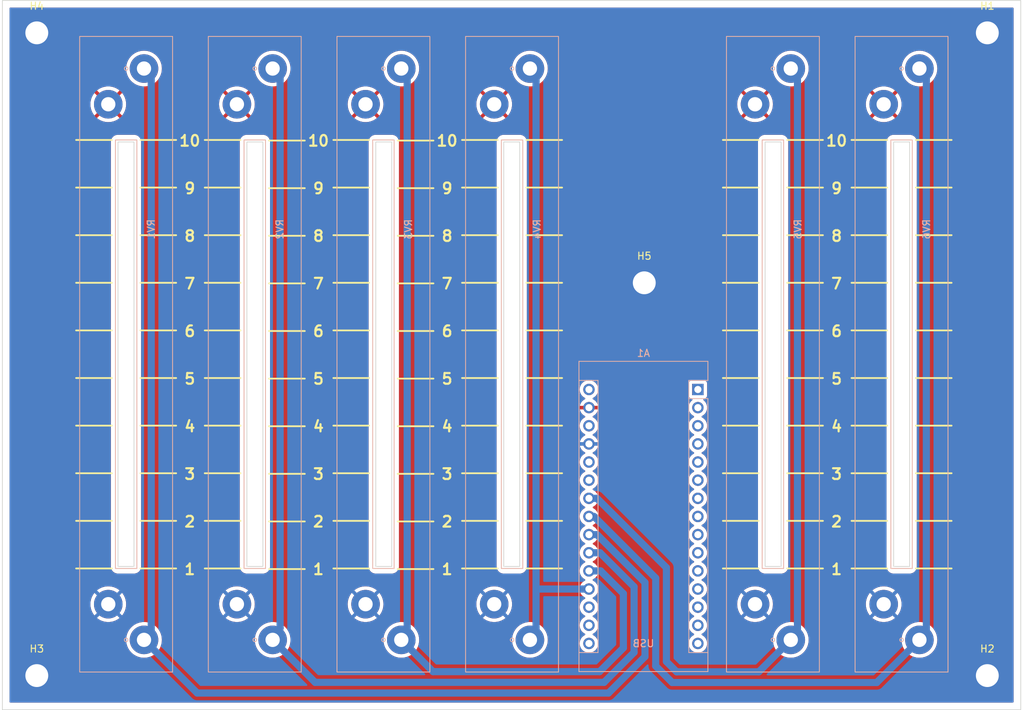
<source format=kicad_pcb>
(kicad_pcb (version 20240108) (generator "pcbnew") (generator_version "8.0")
  (layers (0 "F.Cu" signal) (31 "B.Cu" signal) (36 "B.SilkS" user "B.Silkscreen") (37 "F.SilkS" user "F.Silkscreen") (38 "B.Mask" user) (39 "F.Mask" user) (44 "Edge.Cuts" user))
  (net 0 "")
  (net 22 "GNDREF")
  (net 24 "+5V")
  (net 25 "ADC0")
  (net 26 "ADC1")
  (net 27 "ADC2")
  (net 28 "ADC3")
  (net 29 "ADC4")
  (net 30 "ADC5")
  (footprint "MountingHole:MountingHole_3.2mm_M3_ISO14580" (layer "F.Cu") (at 213 140)
    (property "Reference" "H2" (at 0 -3.75 0) (layer "F.SilkS"))
    (property "Value" "MountingHole")
    (pad "" np_thru_hole circle (at 0 0) (size 3.2 3.2) (drill 3.2) (layers "*.Cu" "*.Mask"))
  )
  (footprint "MountingHole:MountingHole_3.2mm_M3_ISO14580" (layer "F.Cu") (at 80 140)
    (property "Reference" "H3" (at 0 -3.75 0) (layer "F.SilkS"))
    (property "Value" "MountingHole")
    (pad "" np_thru_hole circle (at 0 0) (size 3.2 3.2) (drill 3.2) (layers "*.Cu" "*.Mask"))
  )
  (footprint "MountingHole:MountingHole_3.2mm_M3_ISO14580" (layer "F.Cu") (at 80 50)
    (property "Reference" "H4" (at 0 -3.75 0) (layer "F.SilkS"))
    (property "Value" "MountingHole")
    (pad "" np_thru_hole circle (at 0 0) (size 3.2 3.2) (drill 3.2) (layers "*.Cu" "*.Mask"))
  )
  (footprint "MountingHole:MountingHole_3.2mm_M3_ISO14580" (layer "F.Cu") (at 165 85)
    (property "Reference" "H5" (at 0 -3.75 0) (layer "F.SilkS"))
    (property "Value" "MountingHole")
    (pad "" np_thru_hole circle (at 0 0) (size 3.2 3.2) (drill 3.2) (layers "*.Cu" "*.Mask"))
  )
  (footprint "MountingHole:MountingHole_3.2mm_M3_ISO14580" (layer "F.Cu") (at 213 50)
    (property "Reference" "H1" (at 0 -3.75 0) (layer "F.SilkS"))
    (property "Value" "MountingHole")
    (pad "" np_thru_hole circle (at 0 0) (size 3.2 3.2) (drill 3.2) (layers "*.Cu" "*.Mask"))
  )
  (footprint "Module:Arduino_Nano" (layer "B.Cu") (at 172.5 99.94 180)
    (property "Reference" "A1" (at 7.62 5.08 0) (layer "B.SilkS") (effects (justify mirror)))
    (property "Value" "Arduino_Nano_v3.x")
    (fp_line (start 16.64 3.94) (end 16.64 -39.5) (stroke (width 0.12)) (layer "B.SilkS"))
    (fp_line (start 16.64 1.27) (end 13.97 1.27) (stroke (width 0.12)) (layer "B.SilkS"))
    (fp_line (start 16.64 -36.83) (end 13.97 -36.83) (stroke (width 0.12)) (layer "B.SilkS"))
    (fp_line (start 16.64 -39.5) (end -1.4 -39.5) (stroke (width 0.12)) (layer "B.SilkS"))
    (fp_line (start 13.97 -36.83) (end 13.97 1.27) (stroke (width 0.12)) (layer "B.SilkS"))
    (fp_line (start 1.27 1.27) (end 1.27 -1.27) (stroke (width 0.12)) (layer "B.SilkS"))
    (fp_line (start 1.27 -36.83) (end 1.27 -1.27) (stroke (width 0.12)) (layer "B.SilkS"))
    (fp_line (start -1.4 3.94) (end 16.64 3.94) (stroke (width 0.12)) (layer "B.SilkS"))
    (fp_line (start -1.4 1.27) (end 1.27 1.27) (stroke (width 0.12)) (layer "B.SilkS"))
    (fp_line (start -1.4 1.27) (end -1.4 3.94) (stroke (width 0.12)) (layer "B.SilkS"))
    (fp_line (start -1.4 -1.27) (end 1.27 -1.27) (stroke (width 0.12)) (layer "B.SilkS"))
    (fp_line (start -1.4 -36.83) (end 1.27 -36.83) (stroke (width 0.12)) (layer "B.SilkS"))
    (fp_line (start -1.4 -39.5) (end -1.4 -1.27) (stroke (width 0.12)) (layer "B.SilkS"))
    (fp_text user "USB" (at 7.62 -35.56 0) (layer "B.SilkS") (effects (justify mirror)))
    (pad "1" thru_hole rect (at 0 0 180) (size 1.6 1.6) (drill 1) (layers "*.Cu" "*.Mask"))
    (pad "2" thru_hole oval (at 0 -2.54 180) (size 1.6 1.6) (drill 1) (layers "*.Cu" "*.Mask"))
    (pad "3" thru_hole oval (at 0 -5.08 180) (size 1.6 1.6) (drill 1) (layers "*.Cu" "*.Mask"))
    (pad "4" thru_hole oval (at 0 -7.62 180) (size 1.6 1.6) (drill 1) (layers "*.Cu" "*.Mask"))
    (pad "5" thru_hole oval (at 0 -10.16 180) (size 1.6 1.6) (drill 1) (layers "*.Cu" "*.Mask"))
    (pad "6" thru_hole oval (at 0 -12.7 180) (size 1.6 1.6) (drill 1) (layers "*.Cu" "*.Mask"))
    (pad "7" thru_hole oval (at 0 -15.24 180) (size 1.6 1.6) (drill 1) (layers "*.Cu" "*.Mask"))
    (pad "8" thru_hole oval (at 0 -17.78 180) (size 1.6 1.6) (drill 1) (layers "*.Cu" "*.Mask"))
    (pad "9" thru_hole oval (at 0 -20.32 180) (size 1.6 1.6) (drill 1) (layers "*.Cu" "*.Mask"))
    (pad "10" thru_hole oval (at 0 -22.86 180) (size 1.6 1.6) (drill 1) (layers "*.Cu" "*.Mask"))
    (pad "11" thru_hole oval (at 0 -25.4 180) (size 1.6 1.6) (drill 1) (layers "*.Cu" "*.Mask"))
    (pad "12" thru_hole oval (at 0 -27.94 180) (size 1.6 1.6) (drill 1) (layers "*.Cu" "*.Mask"))
    (pad "13" thru_hole oval (at 0 -30.48 180) (size 1.6 1.6) (drill 1) (layers "*.Cu" "*.Mask"))
    (pad "14" thru_hole oval (at 0 -33.02 180) (size 1.6 1.6) (drill 1) (layers "*.Cu" "*.Mask"))
    (pad "15" thru_hole oval (at 0 -35.56 180) (size 1.6 1.6) (drill 1) (layers "*.Cu" "*.Mask"))
    (pad "16" thru_hole oval (at 15.24 -35.56 180) (size 1.6 1.6) (drill 1) (layers "*.Cu" "*.Mask"))
    (pad "17" thru_hole oval (at 15.24 -33.02 180) (size 1.6 1.6) (drill 1) (layers "*.Cu" "*.Mask"))
    (pad "18" thru_hole oval (at 15.24 -30.48 180) (size 1.6 1.6) (drill 1) (layers "*.Cu" "*.Mask"))
    (pad "19" thru_hole oval (at 15.24 -27.94 180) (size 1.6 1.6) (drill 1) (layers "*.Cu" "*.Mask") (net 25 "ADC0"))
    (pad "20" thru_hole oval (at 15.24 -25.4 180) (size 1.6 1.6) (drill 1) (layers "*.Cu" "*.Mask") (net 26 "ADC1"))
    (pad "21" thru_hole oval (at 15.24 -22.86 180) (size 1.6 1.6) (drill 1) (layers "*.Cu" "*.Mask") (net 27 "ADC2"))
    (pad "22" thru_hole oval (at 15.24 -20.32 180) (size 1.6 1.6) (drill 1) (layers "*.Cu" "*.Mask") (net 28 "ADC3"))
    (pad "23" thru_hole oval (at 15.24 -17.78 180) (size 1.6 1.6) (drill 1) (layers "*.Cu" "*.Mask") (net 29 "ADC4"))
    (pad "24" thru_hole oval (at 15.24 -15.24 180) (size 1.6 1.6) (drill 1) (layers "*.Cu" "*.Mask") (net 30 "ADC5"))
    (pad "25" thru_hole oval (at 15.24 -12.7 180) (size 1.6 1.6) (drill 1) (layers "*.Cu" "*.Mask"))
    (pad "26" thru_hole oval (at 15.24 -10.16 180) (size 1.6 1.6) (drill 1) (layers "*.Cu" "*.Mask"))
    (pad "27" thru_hole oval (at 15.24 -7.62 180) (size 1.6 1.6) (drill 1) (layers "*.Cu" "*.Mask") (net 24 "+5V"))
    (pad "28" thru_hole oval (at 15.24 -5.08 180) (size 1.6 1.6) (drill 1) (layers "*.Cu" "*.Mask"))
    (pad "29" thru_hole oval (at 15.24 -2.54 180) (size 1.6 1.6) (drill 1) (layers "*.Cu" "*.Mask") (net 22 "GNDREF"))
    (pad "30" thru_hole oval (at 15.24 0 180) (size 1.6 1.6) (drill 1) (layers "*.Cu" "*.Mask"))
  )
  (footprint "Potentiometers:Potentiometer_Slide_60mm_Switch_Electronics" (layer "B.Cu") (at 144 60 -90)
    (property "Reference" "RV4" (at 17.5 -6 90) (layer "B.SilkS") (effects (justify mirror)))
    (property "Value" "10K Linear")
    (fp_rect (start 65 -4) (end 5 -1) (stroke (width 0.12)) (fill none) (layer "B.SilkS"))
    (fp_rect (start 79.5 -9) (end -9.5 4) (stroke (width 0.12)) (fill none) (layer "B.SilkS"))
    (fp_circle (center -5 -2.5) (end -5 -2.25) (stroke (width 0.12)) (fill none) (layer "B.SilkS"))
    (fp_circle (center 75 -2.5) (end 75 -2.25) (stroke (width 0.12)) (fill none) (layer "B.SilkS"))
    (pad "1" thru_hole circle (at 0 0 270) (size 4 4) (drill 2) (layers "*.Cu" "*.Mask") (net 22 "GNDREF"))
    (pad "2" thru_hole circle (at -5 -5 270) (size 4 4) (drill 2) (layers "*.Cu" "*.Mask") (net 25 "ADC0"))
    (pad "2" thru_hole circle (at 75 -5 270) (size 4 4) (drill 2) (layers "*.Cu" "*.Mask") (net 25 "ADC0"))
    (pad "3" thru_hole circle (at 70 0 270) (size 4 4) (drill 2) (layers "*.Cu" "*.Mask") (net 24 "+5V"))
  )
  (footprint "Potentiometers:Potentiometer_Slide_60mm_Switch_Electronics" (layer "B.Cu") (at 108 60 -90)
    (property "Reference" "RV2" (at 17.5 -6 90) (layer "B.SilkS") (effects (justify mirror)))
    (property "Value" "10K Linear")
    (fp_rect (start 65 -4) (end 5 -1) (stroke (width 0.12)) (fill none) (layer "B.SilkS"))
    (fp_rect (start 79.5 -9) (end -9.5 4) (stroke (width 0.12)) (fill none) (layer "B.SilkS"))
    (fp_circle (center -5 -2.5) (end -5 -2.25) (stroke (width 0.12)) (fill none) (layer "B.SilkS"))
    (fp_circle (center 75 -2.5) (end 75 -2.25) (stroke (width 0.12)) (fill none) (layer "B.SilkS"))
    (pad "1" thru_hole circle (at 0 0 270) (size 4 4) (drill 2) (layers "*.Cu" "*.Mask") (net 22 "GNDREF"))
    (pad "2" thru_hole circle (at -5 -5 270) (size 4 4) (drill 2) (layers "*.Cu" "*.Mask") (net 27 "ADC2"))
    (pad "2" thru_hole circle (at 75 -5 270) (size 4 4) (drill 2) (layers "*.Cu" "*.Mask") (net 27 "ADC2"))
    (pad "3" thru_hole circle (at 70 0 270) (size 4 4) (drill 2) (layers "*.Cu" "*.Mask") (net 24 "+5V"))
  )
  (footprint "Potentiometers:Potentiometer_Slide_60mm_Switch_Electronics" (layer "B.Cu") (at 126 60 -90)
    (property "Reference" "RV3" (at 17.5 -6 90) (layer "B.SilkS") (effects (justify mirror)))
    (property "Value" "10K Linear")
    (fp_rect (start 65 -4) (end 5 -1) (stroke (width 0.12)) (fill none) (layer "B.SilkS"))
    (fp_rect (start 79.5 -9) (end -9.5 4) (stroke (width 0.12)) (fill none) (layer "B.SilkS"))
    (fp_circle (center -5 -2.5) (end -5 -2.25) (stroke (width 0.12)) (fill none) (layer "B.SilkS"))
    (fp_circle (center 75 -2.5) (end 75 -2.25) (stroke (width 0.12)) (fill none) (layer "B.SilkS"))
    (pad "1" thru_hole circle (at 0 0 270) (size 4 4) (drill 2) (layers "*.Cu" "*.Mask") (net 22 "GNDREF"))
    (pad "2" thru_hole circle (at -5 -5 270) (size 4 4) (drill 2) (layers "*.Cu" "*.Mask") (net 26 "ADC1"))
    (pad "2" thru_hole circle (at 75 -5 270) (size 4 4) (drill 2) (layers "*.Cu" "*.Mask") (net 26 "ADC1"))
    (pad "3" thru_hole circle (at 70 0 270) (size 4 4) (drill 2) (layers "*.Cu" "*.Mask") (net 24 "+5V"))
  )
  (footprint "Potentiometers:Potentiometer_Slide_60mm_Switch_Electronics" (layer "B.Cu") (at 198.5 60 -90)
    (property "Reference" "RV6" (at 17.5 -6 90) (layer "B.SilkS") (effects (justify mirror)))
    (property "Value" "10K Linear")
    (fp_rect (start 65 -4) (end 5 -1) (stroke (width 0.12)) (fill none) (layer "B.SilkS"))
    (fp_rect (start 79.5 -9) (end -9.5 4) (stroke (width 0.12)) (fill none) (layer "B.SilkS"))
    (fp_circle (center -5 -2.5) (end -5 -2.25) (stroke (width 0.12)) (fill none) (layer "B.SilkS"))
    (fp_circle (center 75 -2.5) (end 75 -2.25) (stroke (width 0.12)) (fill none) (layer "B.SilkS"))
    (pad "1" thru_hole circle (at 0 0 270) (size 4 4) (drill 2) (layers "*.Cu" "*.Mask") (net 22 "GNDREF"))
    (pad "2" thru_hole circle (at -5 -5 270) (size 4 4) (drill 2) (layers "*.Cu" "*.Mask") (net 29 "ADC4"))
    (pad "2" thru_hole circle (at 75 -5 270) (size 4 4) (drill 2) (layers "*.Cu" "*.Mask") (net 29 "ADC4"))
    (pad "3" thru_hole circle (at 70 0 270) (size 4 4) (drill 2) (layers "*.Cu" "*.Mask") (net 24 "+5V"))
  )
  (footprint "Potentiometers:Potentiometer_Slide_60mm_Switch_Electronics" (layer "B.Cu") (at 90 60 -90)
    (property "Reference" "RV1" (at 17.5 -6 90) (layer "B.SilkS") (effects (justify mirror)))
    (property "Value" "10K Linear")
    (fp_rect (start 65 -4) (end 5 -1) (stroke (width 0.12)) (fill none) (layer "B.SilkS"))
    (fp_rect (start 79.5 -9) (end -9.5 4) (stroke (width 0.12)) (fill none) (layer "B.SilkS"))
    (fp_circle (center -5 -2.5) (end -5 -2.25) (stroke (width 0.12)) (fill none) (layer "B.SilkS"))
    (fp_circle (center 75 -2.5) (end 75 -2.25) (stroke (width 0.12)) (fill none) (layer "B.SilkS"))
    (pad "1" thru_hole circle (at 0 0 270) (size 4 4) (drill 2) (layers "*.Cu" "*.Mask") (net 22 "GNDREF"))
    (pad "2" thru_hole circle (at -5 -5 270) (size 4 4) (drill 2) (layers "*.Cu" "*.Mask") (net 28 "ADC3"))
    (pad "2" thru_hole circle (at 75 -5 270) (size 4 4) (drill 2) (layers "*.Cu" "*.Mask") (net 28 "ADC3"))
    (pad "3" thru_hole circle (at 70 0 270) (size 4 4) (drill 2) (layers "*.Cu" "*.Mask") (net 24 "+5V"))
  )
  (footprint "Potentiometers:Potentiometer_Slide_60mm_Switch_Electronics" (layer "B.Cu") (at 180.5 60 -90)
    (property "Reference" "RV5" (at 17.5 -6 90) (layer "B.SilkS") (effects (justify mirror)))
    (property "Value" "10K Linear")
    (fp_rect (start 65 -4) (end 5 -1) (stroke (width 0.12)) (fill none) (layer "B.SilkS"))
    (fp_rect (start 79.5 -9) (end -9.5 4) (stroke (width 0.12)) (fill none) (layer "B.SilkS"))
    (fp_circle (center -5 -2.5) (end -5 -2.25) (stroke (width 0.12)) (fill none) (layer "B.SilkS"))
    (fp_circle (center 75 -2.5) (end 75 -2.25) (stroke (width 0.12)) (fill none) (layer "B.SilkS"))
    (pad "1" thru_hole circle (at 0 0 270) (size 4 4) (drill 2) (layers "*.Cu" "*.Mask") (net 22 "GNDREF"))
    (pad "2" thru_hole circle (at -5 -5 270) (size 4 4) (drill 2) (layers "*.Cu" "*.Mask") (net 30 "ADC5"))
    (pad "2" thru_hole circle (at 75 -5 270) (size 4 4) (drill 2) (layers "*.Cu" "*.Mask") (net 30 "ADC5"))
    (pad "3" thru_hole circle (at 70 0 270) (size 4 4) (drill 2) (layers "*.Cu" "*.Mask") (net 24 "+5V"))
  )
  (gr_line (start 148.5 118.333328) (end 153.5 118.333328) (stroke (width 0.25)) (layer "F.SilkS"))
  (gr_line (start 130.5 71.750002) (end 135.5 71.750002) (stroke (width 0.25)) (layer "F.SilkS"))
  (gr_line (start 112.5 71.750002) (end 117.5 71.750002) (stroke (width 0.25)) (layer "F.SilkS"))
  (gr_line (start 94.5 84.999998) (end 99.5 84.999998) (stroke (width 0.25)) (layer "F.SilkS"))
  (gr_line (start 121.5 91.666664) (end 126.5 91.666664) (stroke (width 0.25)) (layer "F.SilkS"))
  (gr_line (start 121.5 78.333332) (end 126.5 78.333332) (stroke (width 0.25)) (layer "F.SilkS"))
  (gr_line (start 176 78.333332) (end 181 78.333332) (stroke (width 0.25)) (layer "F.SilkS"))
  (gr_line (start 130.5 65.083336) (end 135.5 65.083336) (stroke (width 0.25)) (layer "F.SilkS"))
  (gr_line (start 185 111.666662) (end 190 111.666662) (stroke (width 0.25)) (layer "F.SilkS"))
  (gr_line (start 121.5 71.666666) (end 126.5 71.666666) (stroke (width 0.25)) (layer "F.SilkS"))
  (gr_line (start 112.5 118.416664) (end 117.5 118.416664) (stroke (width 0.25)) (layer "F.SilkS"))
  (gr_line (start 185 125) (end 190 125) (stroke (width 0.25)) (layer "F.SilkS"))
  (gr_line (start 94.5 71.666666) (end 99.5 71.666666) (stroke (width 0.25)) (layer "F.SilkS"))
  (gr_line (start 112.5 65.083336) (end 117.5 65.083336) (stroke (width 0.25)) (layer "F.SilkS"))
  (gr_line (start 103.5 65) (end 108.5 65) (stroke (width 0.25)) (layer "F.SilkS"))
  (gr_line (start 139.5 111.666662) (end 144.5 111.666662) (stroke (width 0.25)) (layer "F.SilkS"))
  (gr_line (start 194 71.666666) (end 199 71.666666) (stroke (width 0.25)) (layer "F.SilkS"))
  (gr_line (start 148.5 78.333332) (end 153.5 78.333332) (stroke (width 0.25)) (layer "F.SilkS"))
  (gr_line (start 94.5 125) (end 99.5 125) (stroke (width 0.25)) (layer "F.SilkS"))
  (gr_line (start 103.5 78.333332) (end 108.5 78.333332) (stroke (width 0.25)) (layer "F.SilkS"))
  (gr_line (start 203 125) (end 208 125) (stroke (width 0.25)) (layer "F.SilkS"))
  (gr_line (start 203 104.999996) (end 208 104.999996) (stroke (width 0.25)) (layer "F.SilkS"))
  (gr_line (start 130.5 98.416666) (end 135.5 98.416666) (stroke (width 0.25)) (layer "F.SilkS"))
  (gr_line (start 103.5 84.999998) (end 108.5 84.999998) (stroke (width 0.25)) (layer "F.SilkS"))
  (gr_line (start 148.5 125) (end 153.5 125) (stroke (width 0.25)) (layer "F.SilkS"))
  (gr_line (start 176 84.999998) (end 181 84.999998) (stroke (width 0.25)) (layer "F.SilkS"))
  (gr_line (start 185 104.999996) (end 190 104.999996) (stroke (width 0.25)) (layer "F.SilkS"))
  (gr_line (start 194 111.666662) (end 199 111.666662) (stroke (width 0.25)) (layer "F.SilkS"))
  (gr_line (start 103.5 118.333328) (end 108.5 118.333328) (stroke (width 0.25)) (layer "F.SilkS"))
  (gr_line (start 130.5 91.75) (end 135.5 91.75) (stroke (width 0.25)) (layer "F.SilkS"))
  (gr_line (start 85.5 84.999998) (end 90.5 84.999998) (stroke (width 0.25)) (layer "F.SilkS"))
  (gr_line (start 121.5 84.999998) (end 126.5 84.999998) (stroke (width 0.25)) (layer "F.SilkS"))
  (gr_line (start 194 98.33333) (end 199 98.33333) (stroke (width 0.25)) (layer "F.SilkS"))
  (gr_line (start 130.5 125.083336) (end 135.5 125.083336) (stroke (width 0.25)) (layer "F.SilkS"))
  (gr_line (start 85.5 104.999996) (end 90.5 104.999996) (stroke (width 0.25)) (layer "F.SilkS"))
  (gr_line (start 130.5 105.083332) (end 135.5 105.083332) (stroke (width 0.25)) (layer "F.SilkS"))
  (gr_line (start 121.5 118.333328) (end 126.5 118.333328) (stroke (width 0.25)) (layer "F.SilkS"))
  (gr_line (start 185 118.333328) (end 190 118.333328) (stroke (width 0.25)) (layer "F.SilkS"))
  (gr_line (start 203 78.333332) (end 208 78.333332) (stroke (width 0.25)) (layer "F.SilkS"))
  (gr_line (start 148.5 111.666662) (end 153.5 111.666662) (stroke (width 0.25)) (layer "F.SilkS"))
  (gr_line (start 85.5 98.33333) (end 90.5 98.33333) (stroke (width 0.25)) (layer "F.SilkS"))
  (gr_line (start 121.5 125) (end 126.5 125) (stroke (width 0.25)) (layer "F.SilkS"))
  (gr_line (start 85.5 65) (end 90.5 65) (stroke (width 0.25)) (layer "F.SilkS"))
  (gr_line (start 203 65) (end 208 65) (stroke (width 0.25)) (layer "F.SilkS"))
  (gr_line (start 85.5 78.333332) (end 90.5 78.333332) (stroke (width 0.25)) (layer "F.SilkS"))
  (gr_line (start 94.5 91.666664) (end 99.5 91.666664) (stroke (width 0.25)) (layer "F.SilkS"))
  (gr_line (start 194 118.333328) (end 199 118.333328) (stroke (width 0.25)) (layer "F.SilkS"))
  (gr_line (start 94.5 111.666662) (end 99.5 111.666662) (stroke (width 0.25)) (layer "F.SilkS"))
  (gr_line (start 94.5 118.333328) (end 99.5 118.333328) (stroke (width 0.25)) (layer "F.SilkS"))
  (gr_line (start 103.5 98.33333) (end 108.5 98.33333) (stroke (width 0.25)) (layer "F.SilkS"))
  (gr_line (start 85.5 111.666662) (end 90.5 111.666662) (stroke (width 0.25)) (layer "F.SilkS"))
  (gr_line (start 176 104.999996) (end 181 104.999996) (stroke (width 0.25)) (layer "F.SilkS"))
  (gr_line (start 130.5 111.749998) (end 135.5 111.749998) (stroke (width 0.25)) (layer "F.SilkS"))
  (gr_line (start 94.5 78.333332) (end 99.5 78.333332) (stroke (width 0.25)) (layer "F.SilkS"))
  (gr_line (start 194 65) (end 199 65) (stroke (width 0.25)) (layer "F.SilkS"))
  (gr_line (start 85.5 71.666666) (end 90.5 71.666666) (stroke (width 0.25)) (layer "F.SilkS"))
  (gr_line (start 103.5 104.999996) (end 108.5 104.999996) (stroke (width 0.25)) (layer "F.SilkS"))
  (gr_line (start 194 104.999996) (end 199 104.999996) (stroke (width 0.25)) (layer "F.SilkS"))
  (gr_line (start 139.5 71.666666) (end 144.5 71.666666) (stroke (width 0.25)) (layer "F.SilkS"))
  (gr_line (start 194 125) (end 199 125) (stroke (width 0.25)) (layer "F.SilkS"))
  (gr_line (start 121.5 104.999996) (end 126.5 104.999996) (stroke (width 0.25)) (layer "F.SilkS"))
  (gr_line (start 203 111.666662) (end 208 111.666662) (stroke (width 0.25)) (layer "F.SilkS"))
  (gr_line (start 139.5 78.333332) (end 144.5 78.333332) (stroke (width 0.25)) (layer "F.SilkS"))
  (gr_line (start 185 84.999998) (end 190 84.999998) (stroke (width 0.25)) (layer "F.SilkS"))
  (gr_line (start 176 91.666664) (end 181 91.666664) (stroke (width 0.25)) (layer "F.SilkS"))
  (gr_line (start 176 65) (end 181 65) (stroke (width 0.25)) (layer "F.SilkS"))
  (gr_line (start 130.5 118.416664) (end 135.5 118.416664) (stroke (width 0.25)) (layer "F.SilkS"))
  (gr_line (start 194 84.999998) (end 199 84.999998) (stroke (width 0.25)) (layer "F.SilkS"))
  (gr_line (start 112.5 85.083334) (end 117.5 85.083334) (stroke (width 0.25)) (layer "F.SilkS"))
  (gr_line (start 112.5 125.083336) (end 117.5 125.083336) (stroke (width 0.25)) (layer "F.SilkS"))
  (gr_line (start 176 71.666666) (end 181 71.666666) (stroke (width 0.25)) (layer "F.SilkS"))
  (gr_line (start 176 111.666662) (end 181 111.666662) (stroke (width 0.25)) (layer "F.SilkS"))
  (gr_line (start 203 118.333328) (end 208 118.333328) (stroke (width 0.25)) (layer "F.SilkS"))
  (gr_line (start 85.5 118.333328) (end 90.5 118.333328) (stroke (width 0.25)) (layer "F.SilkS"))
  (gr_line (start 112.5 78.416668) (end 117.5 78.416668) (stroke (width 0.25)) (layer "F.SilkS"))
  (gr_line (start 203 71.666666) (end 208 71.666666) (stroke (width 0.25)) (layer "F.SilkS"))
  (gr_line (start 139.5 118.333328) (end 144.5 118.333328) (stroke (width 0.25)) (layer "F.SilkS"))
  (gr_line (start 103.5 91.666664) (end 108.5 91.666664) (stroke (width 0.25)) (layer "F.SilkS"))
  (gr_line (start 112.5 105.083332) (end 117.5 105.083332) (stroke (width 0.25)) (layer "F.SilkS"))
  (gr_line (start 139.5 65) (end 144.5 65) (stroke (width 0.25)) (layer "F.SilkS"))
  (gr_line (start 130.5 85.083334) (end 135.5 85.083334) (stroke (width 0.25)) (layer "F.SilkS"))
  (gr_line (start 103.5 71.666666) (end 108.5 71.666666) (stroke (width 0.25)) (layer "F.SilkS"))
  (gr_line (start 176 98.33333) (end 181 98.33333) (stroke (width 0.25)) (layer "F.SilkS"))
  (gr_line (start 194 91.666664) (end 199 91.666664) (stroke (width 0.25)) (layer "F.SilkS"))
  (gr_line (start 203 98.33333) (end 208 98.33333) (stroke (width 0.25)) (layer "F.SilkS"))
  (gr_line (start 121.5 98.33333) (end 126.5 98.33333) (stroke (width 0.25)) (layer "F.SilkS"))
  (gr_line (start 130.5 78.416668) (end 135.5 78.416668) (stroke (width 0.25)) (layer "F.SilkS"))
  (gr_line (start 148.5 104.999996) (end 153.5 104.999996) (stroke (width 0.25)) (layer "F.SilkS"))
  (gr_line (start 121.5 65) (end 126.5 65) (stroke (width 0.25)) (layer "F.SilkS"))
  (gr_line (start 185 98.33333) (end 190 98.33333) (stroke (width 0.25)) (layer "F.SilkS"))
  (gr_line (start 203 91.666664) (end 208 91.666664) (stroke (width 0.25)) (layer "F.SilkS"))
  (gr_line (start 148.5 91.666664) (end 153.5 91.666664) (stroke (width 0.25)) (layer "F.SilkS"))
  (gr_line (start 94.5 98.33333) (end 99.5 98.33333) (stroke (width 0.25)) (layer "F.SilkS"))
  (gr_line (start 103.5 111.666662) (end 108.5 111.666662) (stroke (width 0.25)) (layer "F.SilkS"))
  (gr_line (start 139.5 98.33333) (end 144.5 98.33333) (stroke (width 0.25)) (layer "F.SilkS"))
  (gr_line (start 148.5 84.999998) (end 153.5 84.999998) (stroke (width 0.25)) (layer "F.SilkS"))
  (gr_line (start 94.5 65) (end 99.5 65) (stroke (width 0.25)) (layer "F.SilkS"))
  (gr_line (start 121.5 111.666662) (end 126.5 111.666662) (stroke (width 0.25)) (layer "F.SilkS"))
  (gr_line (start 176 125) (end 181 125) (stroke (width 0.25)) (layer "F.SilkS"))
  (gr_line (start 203 84.999998) (end 208 84.999998) (stroke (width 0.25)) (layer "F.SilkS"))
  (gr_line (start 139.5 104.999996) (end 144.5 104.999996) (stroke (width 0.25)) (layer "F.SilkS"))
  (gr_line (start 148.5 98.33333) (end 153.5 98.33333) (stroke (width 0.25)) (layer "F.SilkS"))
  (gr_line (start 139.5 91.666664) (end 144.5 91.666664) (stroke (width 0.25)) (layer "F.SilkS"))
  (gr_line (start 185 78.333332) (end 190 78.333332) (stroke (width 0.25)) (layer "F.SilkS"))
  (gr_line (start 139.5 84.999998) (end 144.5 84.999998) (stroke (width 0.25)) (layer "F.SilkS"))
  (gr_line (start 85.5 91.666664) (end 90.5 91.666664) (stroke (width 0.25)) (layer "F.SilkS"))
  (gr_line (start 94.5 104.999996) (end 99.5 104.999996) (stroke (width 0.25)) (layer "F.SilkS"))
  (gr_line (start 176 118.333328) (end 181 118.333328) (stroke (width 0.25)) (layer "F.SilkS"))
  (gr_line (start 194 78.333332) (end 199 78.333332) (stroke (width 0.25)) (layer "F.SilkS"))
  (gr_line (start 103.5 125) (end 108.5 125) (stroke (width 0.25)) (layer "F.SilkS"))
  (gr_line (start 112.5 111.749998) (end 117.5 111.749998) (stroke (width 0.25)) (layer "F.SilkS"))
  (gr_line (start 185 65) (end 190 65) (stroke (width 0.25)) (layer "F.SilkS"))
  (gr_line (start 148.5 65) (end 153.5 65) (stroke (width 0.25)) (layer "F.SilkS"))
  (gr_line (start 148.5 71.666666) (end 153.5 71.666666) (stroke (width 0.25)) (layer "F.SilkS"))
  (gr_line (start 185 71.666666) (end 190 71.666666) (stroke (width 0.25)) (layer "F.SilkS"))
  (gr_line (start 185 91.666664) (end 190 91.666664) (stroke (width 0.25)) (layer "F.SilkS"))
  (gr_line (start 112.5 98.416666) (end 117.5 98.416666) (stroke (width 0.25)) (layer "F.SilkS"))
  (gr_line (start 85.5 125) (end 90.5 125) (stroke (width 0.25)) (layer "F.SilkS"))
  (gr_line (start 112.5 91.75) (end 117.5 91.75) (stroke (width 0.25)) (layer "F.SilkS"))
  (gr_line (start 139.5 125) (end 144.5 125) (stroke (width 0.25)) (layer "F.SilkS"))
  (gr_rect (start 91.361 65.278) (end 93.599 124.714) (stroke (width 0.1)) (fill none) (layer "Edge.Cuts"))
  (gr_rect (start 109.395 65.278) (end 111.633 124.714) (stroke (width 0.1)) (fill none) (layer "Edge.Cuts"))
  (gr_rect (start 127.429 65.278) (end 129.667 124.714) (stroke (width 0.1)) (fill none) (layer "Edge.Cuts"))
  (gr_rect (start 181.912 65.278) (end 184.15 124.714) (stroke (width 0.1)) (fill none) (layer "Edge.Cuts"))
  (gr_rect (start 199.898 65.278) (end 202.136 124.714) (stroke (width 0.1)) (fill none) (layer "Edge.Cuts"))
  (gr_rect (start 75.184 45.466) (end 217.678 144.78) (stroke (width 0.1)) (fill none) (layer "Edge.Cuts"))
  (gr_rect (start 145.336 65.278) (end 147.574 124.714) (stroke (width 0.1)) (fill none) (layer "Edge.Cuts"))
  (gr_text "1" (at 100.5 126 0) (layer "F.SilkS") (effects (font (size 1.5 1.5) (thickness 0.3) (bold yes)) (justify left bottom)))
  (gr_text "7" (at 191 85.999998 0) (layer "F.SilkS") (effects (font (size 1.5 1.5) (thickness 0.3) (bold yes)) (justify left bottom)))
  (gr_text "9" (at 136.5 72.666666 0) (layer "F.SilkS") (effects (font (size 1.5 1.5) (thickness 0.3) (bold yes)) (justify left bottom)))
  (gr_text "10" (at 190.285714 66 0) (layer "F.SilkS") (effects (font (size 1.5 1.5) (thickness 0.3) (bold yes)) (justify left bottom)))
  (gr_text "8" (at 100.5 79.333332 0) (layer "F.SilkS") (effects (font (size 1.5 1.5) (thickness 0.3) (bold yes)) (justify left bottom)))
  (gr_text "4" (at 118.5 105.999996 0) (layer "F.SilkS") (effects (font (size 1.5 1.5) (thickness 0.3) (bold yes)) (justify left bottom)))
  (gr_text "7" (at 118.5 85.999998 0) (layer "F.SilkS") (effects (font (size 1.5 1.5) (thickness 0.3) (bold yes)) (justify left bottom)))
  (gr_text "9" (at 100.5 72.666666 0) (layer "F.SilkS") (effects (font (size 1.5 1.5) (thickness 0.3) (bold yes)) (justify left bottom)))
  (gr_text "2\n" (at 118.5 119.333328 0) (layer "F.SilkS") (effects (font (size 1.5 1.5) (thickness 0.3) (bold yes)) (justify left bottom)))
  (gr_text "6" (at 118.5 92.666664 0) (layer "F.SilkS") (effects (font (size 1.5 1.5) (thickness 0.3) (bold yes)) (justify left bottom)))
  (gr_text "1" (at 136.5 126 0) (layer "F.SilkS") (effects (font (size 1.5 1.5) (thickness 0.3) (bold yes)) (justify left bottom)))
  (gr_text "3" (at 100.5 112.666662 0) (layer "F.SilkS") (effects (font (size 1.5 1.5) (thickness 0.3) (bold yes)) (justify left bottom)))
  (gr_text "6" (at 136.5 92.666664 0) (layer "F.SilkS") (effects (font (size 1.5 1.5) (thickness 0.3) (bold yes)) (justify left bottom)))
  (gr_text "4" (at 136.5 105.999996 0) (layer "F.SilkS") (effects (font (size 1.5 1.5) (thickness 0.3) (bold yes)) (justify left bottom)))
  (gr_text "8" (at 136.5 79.333332 0) (layer "F.SilkS") (effects (font (size 1.5 1.5) (thickness 0.3) (bold yes)) (justify left bottom)))
  (gr_text "10" (at 99.785714 66 0) (layer "F.SilkS") (effects (font (size 1.5 1.5) (thickness 0.3) (bold yes)) (justify left bottom)))
  (gr_text "5" (at 118.5 99.33333 0) (layer "F.SilkS") (effects (font (size 1.5 1.5) (thickness 0.3) (bold yes)) (justify left bottom)))
  (gr_text "5" (at 100.5 99.33333 0) (layer "F.SilkS") (effects (font (size 1.5 1.5) (thickness 0.3) (bold yes)) (justify left bottom)))
  (gr_text "4" (at 100.5 105.999996 0) (layer "F.SilkS") (effects (font (size 1.5 1.5) (thickness 0.3) (bold yes)) (justify left bottom)))
  (gr_text "4" (at 191 105.999996 0) (layer "F.SilkS") (effects (font (size 1.5 1.5) (thickness 0.3) (bold yes)) (justify left bottom)))
  (gr_text "9" (at 191 72.666666 0) (layer "F.SilkS") (effects (font (size 1.5 1.5) (thickness 0.3) (bold yes)) (justify left bottom)))
  (gr_text "10" (at 135.785714 66 0) (layer "F.SilkS") (effects (font (size 1.5 1.5) (thickness 0.3) (bold yes)) (justify left bottom)))
  (gr_text "1" (at 118.5 126 0) (layer "F.SilkS") (effects (font (size 1.5 1.5) (thickness 0.3) (bold yes)) (justify left bottom)))
  (gr_text "2\n" (at 100.5 119.333328 0) (layer "F.SilkS") (effects (font (size 1.5 1.5) (thickness 0.3) (bold yes)) (justify left bottom)))
  (gr_text "2\n" (at 136.5 119.333328 0) (layer "F.SilkS") (effects (font (size 1.5 1.5) (thickness 0.3) (bold yes)) (justify left bottom)))
  (gr_text "7" (at 136.5 85.999998 0) (layer "F.SilkS") (effects (font (size 1.5 1.5) (thickness 0.3) (bold yes)) (justify left bottom)))
  (gr_text "6" (at 191 92.666664 0) (layer "F.SilkS") (effects (font (size 1.5 1.5) (thickness 0.3) (bold yes)) (justify left bottom)))
  (gr_text "8" (at 118.5 79.333332 0) (layer "F.SilkS") (effects (font (size 1.5 1.5) (thickness 0.3) (bold yes)) (justify left bottom)))
  (gr_text "3" (at 118.5 112.666662 0) (layer "F.SilkS") (effects (font (size 1.5 1.5) (thickness 0.3) (bold yes)) (justify left bottom)))
  (gr_text "1" (at 191 126 0) (layer "F.SilkS") (effects (font (size 1.5 1.5) (thickness 0.3) (bold yes)) (justify left bottom)))
  (gr_text "5" (at 191 99.33333 0) (layer "F.SilkS") (effects (font (size 1.5 1.5) (thickness 0.3) (bold yes)) (justify left bottom)))
  (gr_text "5" (at 136.5 99.33333 0) (layer "F.SilkS") (effects (font (size 1.5 1.5) (thickness 0.3) (bold yes)) (justify left bottom)))
  (gr_text "8" (at 191 79.333332 0) (layer "F.SilkS") (effects (font (size 1.5 1.5) (thickness 0.3) (bold yes)) (justify left bottom)))
  (gr_text "10" (at 117.785714 66 0) (layer "F.SilkS") (effects (font (size 1.5 1.5) (thickness 0.3) (bold yes)) (justify left bottom)))
  (gr_text "2\n" (at 191 119.333328 0) (layer "F.SilkS") (effects (font (size 1.5 1.5) (thickness 0.3) (bold yes)) (justify left bottom)))
  (gr_text "9" (at 118.5 72.666666 0) (layer "F.SilkS") (effects (font (size 1.5 1.5) (thickness 0.3) (bold yes)) (justify left bottom)))
  (gr_text "7" (at 100.5 85.999998 0) (layer "F.SilkS") (effects (font (size 1.5 1.5) (thickness 0.3) (bold yes)) (justify left bottom)))
  (gr_text "6" (at 100.5 92.666664 0) (layer "F.SilkS") (effects (font (size 1.5 1.5) (thickness 0.3) (bold yes)) (justify left bottom)))
  (gr_text "3" (at 136.5 112.666662 0) (layer "F.SilkS") (effects (font (size 1.5 1.5) (thickness 0.3) (bold yes)) (justify left bottom)))
  (gr_text "3" (at 191 112.666662 0) (layer "F.SilkS") (effects (font (size 1.5 1.5) (thickness 0.3) (bold yes)) (justify left bottom)))
  (segment (start 157.26 127.88) (end 149.996 127.88) (width 1) (layer "B.Cu") (net 25))
  (segment (start 149.86 128.016) (end 149.86 55.86) (width 1) (layer "B.Cu") (net 25))
  (segment (start 149 135) (end 149.86 134.14) (width 1) (layer "B.Cu") (net 25))
  (segment (start 149.86 55.86) (end 149 55) (width 1) (layer "B.Cu") (net 25))
  (segment (start 149.86 134.14) (end 149.86 128.016) (width 1) (layer "B.Cu") (net 25))
  (segment (start 149.996 127.88) (end 149.86 128.016) (width 1) (layer "B.Cu") (net 25))
  (segment (start 162.076 128.524) (end 158.892 125.34) (width 1) (layer "B.Cu") (net 26))
  (segment (start 131.826 134.174) (end 131.826 55.826) (width 1) (layer "B.Cu") (net 26))
  (segment (start 135.446 139.446) (end 158.75 139.446) (width 1) (layer "B.Cu") (net 26))
  (segment (start 158.892 125.34) (end 157.26 125.34) (width 1) (layer "B.Cu") (net 26))
  (segment (start 131 135) (end 131.826 134.174) (width 1) (layer "B.Cu") (net 26))
  (segment (start 131 135) (end 135.446 139.446) (width 1) (layer "B.Cu") (net 26))
  (segment (start 158.75 139.446) (end 162.076 136.12) (width 1) (layer "B.Cu") (net 26))
  (segment (start 131.826 55.826) (end 131 55) (width 1) (layer "B.Cu") (net 26))
  (segment (start 162.076 136.12) (end 162.076 128.524) (width 1) (layer "B.Cu") (net 26))
  (segment (start 113 135) (end 113 134.396) (width 1) (layer "B.Cu") (net 27))
  (segment (start 113 135) (end 118.946 140.946) (width 1) (layer "B.Cu") (net 27))
  (segment (start 159.37132 140.946) (end 163.576 136.74132) (width 1) (layer "B.Cu") (net 27))
  (segment (start 113 134.396) (end 114.046 133.35) (width 1) (layer "B.Cu") (net 27))
  (segment (start 163.576 127.56595) (end 158.81005 122.8) (width 1) (layer "B.Cu") (net 27))
  (segment (start 114.046 56.046) (end 113 55) (width 1) (layer "B.Cu") (net 27))
  (segment (start 163.576 136.74132) (end 163.576 127.56595) (width 1) (layer "B.Cu") (net 27))
  (segment (start 158.81005 122.8) (end 157.26 122.8) (width 1) (layer "B.Cu") (net 27))
  (segment (start 118.946 140.946) (end 159.37132 140.946) (width 1) (layer "B.Cu") (net 27))
  (segment (start 114.046 133.35) (end 114.046 56.046) (width 1) (layer "B.Cu") (net 27))
  (segment (start 165.1 137.33864) (end 165.1 126.96863) (width 1) (layer "B.Cu") (net 28))
  (segment (start 95 135) (end 102.446 142.446) (width 1) (layer "B.Cu") (net 28))
  (segment (start 158.39137 120.26) (end 157.26 120.26) (width 1) (layer "B.Cu") (net 28))
  (segment (start 95 135) (end 96.012 133.988) (width 1) (layer "B.Cu") (net 28))
  (segment (start 96.012 56.012) (end 95 55) (width 1) (layer "B.Cu") (net 28))
  (segment (start 102.446 142.446) (end 159.99264 142.446) (width 1) (layer "B.Cu") (net 28))
  (segment (start 96.012 133.988) (end 96.012 56.012) (width 1) (layer "B.Cu") (net 28))
  (segment (start 165.1 126.96863) (end 158.39137 120.26) (width 1) (layer "B.Cu") (net 28))
  (segment (start 159.99264 142.446) (end 165.1 137.33864) (width 1) (layer "B.Cu") (net 28))
  (segment (start 204.47 55.97) (end 203.5 55) (width 1) (layer "B.Cu") (net 29))
  (segment (start 168.91 140.97) (end 166.6 138.66) (width 1) (layer "B.Cu") (net 29))
  (segment (start 203.5 135) (end 204.47 134.03) (width 1) (layer "B.Cu") (net 29))
  (segment (start 197.53 140.97) (end 168.91 140.97) (width 1) (layer "B.Cu") (net 29))
  (segment (start 204.47 134.03) (end 204.47 55.97) (width 1) (layer "B.Cu") (net 29))
  (segment (start 157.97269 117.72) (end 157.26 117.72) (width 1) (layer "B.Cu") (net 29))
  (segment (start 166.6 138.66) (end 166.6 126.34731) (width 1) (layer "B.Cu") (net 29))
  (segment (start 203.5 135) (end 197.53 140.97) (width 1) (layer "B.Cu") (net 29))
  (segment (start 166.6 126.34731) (end 157.97269 117.72) (width 1) (layer "B.Cu") (net 29))
  (segment (start 169.53132 139.47) (end 168.1 138.03868) (width 1) (layer "B.Cu") (net 30))
  (segment (start 186.436 55.936) (end 185.5 55) (width 1) (layer "B.Cu") (net 30))
  (segment (start 181.03 139.47) (end 169.53132 139.47) (width 1) (layer "B.Cu") (net 30))
  (segment (start 158.39137 115.18) (end 157.26 115.18) (width 1) (layer "B.Cu") (net 30))
  (segment (start 168.1 138.03868) (end 168.1 124.88863) (width 1) (layer "B.Cu") (net 30))
  (segment (start 186.436 134.064) (end 186.436 55.936) (width 1) (layer "B.Cu") (net 30))
  (segment (start 185.5 135) (end 186.436 134.064) (width 1) (layer "B.Cu") (net 30))
  (segment (start 168.1 124.88863) (end 158.39137 115.18) (width 1) (layer "B.Cu") (net 30))
  (segment (start 185.5 135) (end 181.03 139.47) (width 1) (layer "B.Cu") (net 30))
  (zone (net 22) (net_name "GNDREF") (layer "F.Cu") (connect_pads (clearance 0.5)) (min_thickness 0.25) (fill yes (thermal_gap 0.5) (thermal_bridge_width 0.5))
    (polygon (pts (xy 75.184 45.466) (xy 217.678 45.466) (xy 217.678 144.78) (xy 75.184 144.78)))
  )
  (zone (net 24) (net_name "+5V") (layer "B.Cu") (name "+5V") (priority 1) (connect_pads (clearance 0.5)) (min_thickness 0.25) (fill yes (thermal_gap 0.5) (thermal_bridge_width 0.5))
    (polygon (pts (xy 75.184 45.466) (xy 217.678 45.466) (xy 217.678 144.78) (xy 75.184 144.78)))
  )
)
</source>
